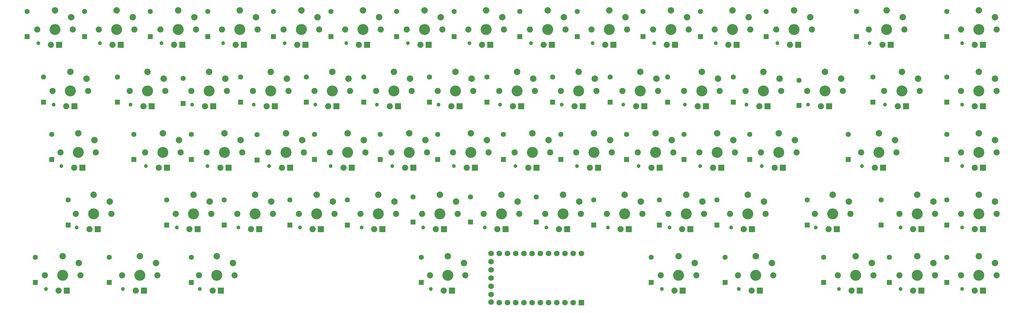
<source format=gbr>
G04 #@! TF.GenerationSoftware,KiCad,Pcbnew,6.0.2+dfsg-1*
G04 #@! TF.CreationDate,2023-02-02T22:28:34+01:00*
G04 #@! TF.ProjectId,keyboard,6b657962-6f61-4726-942e-6b696361645f,rev?*
G04 #@! TF.SameCoordinates,Original*
G04 #@! TF.FileFunction,Soldermask,Bot*
G04 #@! TF.FilePolarity,Negative*
%FSLAX46Y46*%
G04 Gerber Fmt 4.6, Leading zero omitted, Abs format (unit mm)*
G04 Created by KiCad (PCBNEW 6.0.2+dfsg-1) date 2023-02-02 22:28:34*
%MOMM*%
%LPD*%
G01*
G04 APERTURE LIST*
%ADD10C,1.900000*%
%ADD11C,3.400000*%
%ADD12C,1.200000*%
%ADD13C,2.000000*%
%ADD14C,1.905000*%
%ADD15R,1.905000X1.905000*%
%ADD16R,1.600000X1.600000*%
%ADD17C,1.600000*%
%ADD18R,1.752600X1.752600*%
%ADD19C,1.752600*%
G04 APERTURE END LIST*
D10*
X194846500Y-80415500D03*
D11*
X189346500Y-80415500D03*
D12*
X184126500Y-84615500D03*
D10*
X183846500Y-80415500D03*
D13*
X194346500Y-76615500D03*
X189346500Y-74515500D03*
D14*
X188076500Y-85115500D03*
D15*
X190616500Y-85115500D03*
D12*
X157932750Y-122715500D03*
D11*
X163152750Y-118515500D03*
D10*
X168652750Y-118515500D03*
X157652750Y-118515500D03*
D13*
X168152750Y-114715500D03*
X163152750Y-112615500D03*
D14*
X161882750Y-123215500D03*
D15*
X164422750Y-123215500D03*
D13*
X258402750Y-112615500D03*
D11*
X258402750Y-118515500D03*
D13*
X263402750Y-114715500D03*
D10*
X252902750Y-118515500D03*
X263902750Y-118515500D03*
D12*
X253182750Y-122715500D03*
D14*
X257132750Y-123215500D03*
D15*
X259672750Y-123215500D03*
D13*
X234590250Y-112615500D03*
D11*
X234590250Y-118515500D03*
D13*
X239590250Y-114715500D03*
D10*
X229090250Y-118515500D03*
X240090250Y-118515500D03*
D12*
X229370250Y-122715500D03*
D14*
X233320250Y-123215500D03*
D15*
X235860250Y-123215500D03*
D13*
X91715250Y-112615500D03*
D11*
X91715250Y-118515500D03*
D13*
X96715250Y-114715500D03*
D10*
X86215250Y-118515500D03*
X97215250Y-118515500D03*
D12*
X86495250Y-122715500D03*
D14*
X90445250Y-123215500D03*
D15*
X92985250Y-123215500D03*
D13*
X67902750Y-112615500D03*
D11*
X67902750Y-118515500D03*
D13*
X72902750Y-114715500D03*
D10*
X62402750Y-118515500D03*
X73402750Y-118515500D03*
D12*
X62682750Y-122715500D03*
D14*
X66632750Y-123215500D03*
D15*
X69172750Y-123215500D03*
D13*
X44090250Y-112615500D03*
D11*
X44090250Y-118515500D03*
D13*
X49090250Y-114715500D03*
D10*
X38590250Y-118515500D03*
X49590250Y-118515500D03*
D12*
X38870250Y-122715500D03*
D14*
X42820250Y-123215500D03*
D15*
X45360250Y-123215500D03*
D13*
X282215250Y-93565500D03*
D11*
X282215250Y-99465500D03*
D13*
X287215250Y-95665500D03*
D10*
X276715250Y-99465500D03*
X287715250Y-99465500D03*
D12*
X276995250Y-103665500D03*
D14*
X280945250Y-104165500D03*
D15*
X283485250Y-104165500D03*
D13*
X53615250Y-93565500D03*
D11*
X53615250Y-99465500D03*
D13*
X58615250Y-95665500D03*
D10*
X48115250Y-99465500D03*
X59115250Y-99465500D03*
D12*
X48395250Y-103665500D03*
D14*
X52345250Y-104165500D03*
D15*
X54885250Y-104165500D03*
D13*
X296502750Y-74515500D03*
D11*
X296502750Y-80415500D03*
D13*
X301502750Y-76615500D03*
D10*
X291002750Y-80415500D03*
X302002750Y-80415500D03*
D12*
X291282750Y-84615500D03*
D14*
X295232750Y-85115500D03*
D15*
X297772750Y-85115500D03*
D13*
X48852750Y-74515500D03*
D11*
X48852750Y-80415500D03*
D13*
X53852750Y-76615500D03*
D10*
X43352750Y-80415500D03*
X54352750Y-80415500D03*
D12*
X43632750Y-84615500D03*
D14*
X47582750Y-85115500D03*
D15*
X50122750Y-85115500D03*
D13*
X303646500Y-55465500D03*
D11*
X303646500Y-61365500D03*
D13*
X308646500Y-57565500D03*
D10*
X298146500Y-61365500D03*
X309146500Y-61365500D03*
D12*
X298426500Y-65565500D03*
D14*
X302376500Y-66065500D03*
D15*
X304916500Y-66065500D03*
D13*
X46471500Y-55465500D03*
D11*
X46471500Y-61365500D03*
D13*
X51471500Y-57565500D03*
D10*
X40971500Y-61365500D03*
X51971500Y-61365500D03*
D12*
X41251500Y-65565500D03*
D14*
X45201500Y-66065500D03*
D15*
X47741500Y-66065500D03*
D13*
X298884000Y-36415500D03*
D11*
X298884000Y-42315500D03*
D13*
X303884000Y-38515500D03*
D10*
X293384000Y-42315500D03*
X304384000Y-42315500D03*
D12*
X293664000Y-46515500D03*
D14*
X297614000Y-47015500D03*
D15*
X300154000Y-47015500D03*
D16*
X317500000Y-44540000D03*
D17*
X317500000Y-36740000D03*
D16*
X317500000Y-120740000D03*
D17*
X317500000Y-112940000D03*
D16*
X299720000Y-120740000D03*
D17*
X299720000Y-112940000D03*
D16*
X279400000Y-120740000D03*
D17*
X279400000Y-112940000D03*
D16*
X248920000Y-120740000D03*
D17*
X248920000Y-112940000D03*
D16*
X226060000Y-120740000D03*
D17*
X226060000Y-112940000D03*
D16*
X154940000Y-120740000D03*
D17*
X154940000Y-112940000D03*
D16*
X83820000Y-120740000D03*
D17*
X83820000Y-112940000D03*
D16*
X58420000Y-120740000D03*
D17*
X58420000Y-112940000D03*
D16*
X35560000Y-120740000D03*
D17*
X35560000Y-112940000D03*
D16*
X317500000Y-102960000D03*
D17*
X317500000Y-95160000D03*
D16*
X297180000Y-102960000D03*
D17*
X297180000Y-95160000D03*
D16*
X274320000Y-102960000D03*
D17*
X274320000Y-95160000D03*
D16*
X246380000Y-102960000D03*
D17*
X246380000Y-95160000D03*
D16*
X228600000Y-102960000D03*
D17*
X228600000Y-95160000D03*
D16*
X208280000Y-102960000D03*
D17*
X208280000Y-95160000D03*
D16*
X190500000Y-101995000D03*
D17*
X190500000Y-94195000D03*
D16*
X170180000Y-101995000D03*
D17*
X170180000Y-94195000D03*
D16*
X152400000Y-101995000D03*
D17*
X152400000Y-94195000D03*
D16*
X132080000Y-102960000D03*
D17*
X132080000Y-95160000D03*
D16*
X114300000Y-102960000D03*
D17*
X114300000Y-95160000D03*
D16*
X93980000Y-102960000D03*
D17*
X93980000Y-95160000D03*
D16*
X76200000Y-102960000D03*
D17*
X76200000Y-95160000D03*
D16*
X45720000Y-102960000D03*
D17*
X45720000Y-95160000D03*
D16*
X317500000Y-82640000D03*
D17*
X317500000Y-74840000D03*
D16*
X287020000Y-82640000D03*
D17*
X287020000Y-74840000D03*
D16*
X256540000Y-82640000D03*
D17*
X256540000Y-74840000D03*
D16*
X236220000Y-82640000D03*
D17*
X236220000Y-74840000D03*
D16*
X218440000Y-82640000D03*
D17*
X218440000Y-74840000D03*
D16*
X198120000Y-82640000D03*
D17*
X198120000Y-74840000D03*
D16*
X180340000Y-82640000D03*
D17*
X180340000Y-74840000D03*
D16*
X160020000Y-82640000D03*
D17*
X160020000Y-74840000D03*
D16*
X142240000Y-82640000D03*
D17*
X142240000Y-74840000D03*
D16*
X121920000Y-82640000D03*
D17*
X121920000Y-74840000D03*
D16*
X104140000Y-82740500D03*
D17*
X104140000Y-74940500D03*
D16*
X83820000Y-82640000D03*
D17*
X83820000Y-74840000D03*
D16*
X66040000Y-82640000D03*
D17*
X66040000Y-74840000D03*
D16*
X40640000Y-82640000D03*
D17*
X40640000Y-74840000D03*
D16*
X317500000Y-64860000D03*
D17*
X317500000Y-57060000D03*
D16*
X294640000Y-64860000D03*
D17*
X294640000Y-57060000D03*
D16*
X271780000Y-65825000D03*
D17*
X271780000Y-58025000D03*
D16*
X251460000Y-64860000D03*
D17*
X251460000Y-57060000D03*
X231140000Y-57060000D03*
D16*
X231140000Y-64860000D03*
X213360000Y-64860000D03*
D17*
X213360000Y-57060000D03*
D16*
X195580000Y-64860000D03*
D17*
X195580000Y-57060000D03*
D16*
X175260000Y-64860000D03*
D17*
X175260000Y-57060000D03*
D16*
X157480000Y-64860000D03*
D17*
X157480000Y-57060000D03*
D16*
X137160000Y-64860000D03*
D17*
X137160000Y-57060000D03*
X119380000Y-57060000D03*
D16*
X119380000Y-64860000D03*
X99060000Y-64860000D03*
D17*
X99060000Y-57060000D03*
D16*
X81280000Y-65265500D03*
D17*
X81280000Y-57465500D03*
D16*
X60960000Y-64860000D03*
D17*
X60960000Y-57060000D03*
D16*
X38100000Y-64860000D03*
D17*
X38100000Y-57060000D03*
D16*
X289560000Y-44540000D03*
D17*
X289560000Y-36740000D03*
D16*
X261620000Y-44540000D03*
D17*
X261620000Y-36740000D03*
D16*
X241300000Y-44540000D03*
D17*
X241300000Y-36740000D03*
D16*
X223520000Y-44540000D03*
D17*
X223520000Y-36740000D03*
D16*
X203200000Y-44540000D03*
D17*
X203200000Y-36740000D03*
D16*
X185420000Y-44540000D03*
D17*
X185420000Y-36740000D03*
D16*
X165100000Y-44540000D03*
D17*
X165100000Y-36740000D03*
D16*
X147320000Y-44540000D03*
D17*
X147320000Y-36740000D03*
D16*
X127000000Y-44540000D03*
D17*
X127000000Y-36740000D03*
D16*
X109220000Y-44540000D03*
D17*
X109220000Y-36740000D03*
D16*
X88900000Y-44540000D03*
D17*
X88900000Y-36740000D03*
D16*
X71120000Y-44540000D03*
D17*
X71120000Y-36740000D03*
D16*
X50800000Y-44540000D03*
D17*
X50800000Y-36740000D03*
D16*
X33020000Y-44540000D03*
D17*
X33020000Y-36740000D03*
D12*
X74589000Y-46515500D03*
D10*
X74309000Y-42315500D03*
X85309000Y-42315500D03*
D11*
X79809000Y-42315500D03*
D13*
X84809000Y-38515500D03*
X79809000Y-36415500D03*
D14*
X78539000Y-47015500D03*
D15*
X81079000Y-47015500D03*
D12*
X79351500Y-103665500D03*
D10*
X90071500Y-99465500D03*
D11*
X84571500Y-99465500D03*
D10*
X79071500Y-99465500D03*
D13*
X89571500Y-95665500D03*
X84571500Y-93565500D03*
D14*
X83301500Y-104165500D03*
D15*
X85841500Y-104165500D03*
D12*
X255564000Y-65565500D03*
D11*
X260784000Y-61365500D03*
D10*
X255284000Y-61365500D03*
X266284000Y-61365500D03*
D13*
X265784000Y-57565500D03*
X260784000Y-55465500D03*
D14*
X259514000Y-66065500D03*
D15*
X262054000Y-66065500D03*
D11*
X279834000Y-61365500D03*
D10*
X274334000Y-61365500D03*
X285334000Y-61365500D03*
D12*
X274614000Y-65565500D03*
D13*
X284834000Y-57565500D03*
X279834000Y-55465500D03*
D14*
X278564000Y-66065500D03*
D15*
X281104000Y-66065500D03*
D11*
X327459000Y-118515500D03*
D12*
X322239000Y-122715500D03*
D10*
X321959000Y-118515500D03*
X332959000Y-118515500D03*
D13*
X332459000Y-114715500D03*
X327459000Y-112615500D03*
D14*
X326189000Y-123215500D03*
D15*
X328729000Y-123215500D03*
D12*
X188889000Y-46515500D03*
D11*
X194109000Y-42315500D03*
D10*
X199609000Y-42315500D03*
X188609000Y-42315500D03*
D13*
X199109000Y-38515500D03*
X194109000Y-36415500D03*
D14*
X192839000Y-47015500D03*
D15*
X195379000Y-47015500D03*
D11*
X175059000Y-42315500D03*
D10*
X180559000Y-42315500D03*
X169559000Y-42315500D03*
D12*
X169839000Y-46515500D03*
D13*
X180059000Y-38515500D03*
X175059000Y-36415500D03*
D14*
X173789000Y-47015500D03*
D15*
X176329000Y-47015500D03*
D10*
X250521500Y-99465500D03*
D11*
X256021500Y-99465500D03*
D10*
X261521500Y-99465500D03*
D12*
X250801500Y-103665500D03*
D13*
X261021500Y-95665500D03*
X256021500Y-93565500D03*
D14*
X254751500Y-104165500D03*
D15*
X257291500Y-104165500D03*
D12*
X198414000Y-65565500D03*
D11*
X203634000Y-61365500D03*
D10*
X198134000Y-61365500D03*
X209134000Y-61365500D03*
D13*
X208634000Y-57565500D03*
X203634000Y-55465500D03*
D14*
X202364000Y-66065500D03*
D15*
X204904000Y-66065500D03*
D11*
X213159000Y-42315500D03*
D10*
X218659000Y-42315500D03*
D12*
X207939000Y-46515500D03*
D10*
X207659000Y-42315500D03*
D13*
X218159000Y-38515500D03*
X213159000Y-36415500D03*
D14*
X211889000Y-47015500D03*
D15*
X214429000Y-47015500D03*
D11*
X289359000Y-118515500D03*
D12*
X284139000Y-122715500D03*
D10*
X294859000Y-118515500D03*
X283859000Y-118515500D03*
D13*
X294359000Y-114715500D03*
X289359000Y-112615500D03*
D14*
X288089000Y-123215500D03*
D15*
X290629000Y-123215500D03*
D12*
X117451500Y-103665500D03*
D10*
X128171500Y-99465500D03*
X117171500Y-99465500D03*
D11*
X122671500Y-99465500D03*
D13*
X127671500Y-95665500D03*
X122671500Y-93565500D03*
D14*
X121401500Y-104165500D03*
D15*
X123941500Y-104165500D03*
D10*
X332959000Y-61365500D03*
X321959000Y-61365500D03*
D11*
X327459000Y-61365500D03*
D12*
X322239000Y-65565500D03*
D13*
X332459000Y-57565500D03*
X327459000Y-55465500D03*
D14*
X326189000Y-66065500D03*
D15*
X328729000Y-66065500D03*
D11*
X246496500Y-80415500D03*
D10*
X240996500Y-80415500D03*
D12*
X241276500Y-84615500D03*
D10*
X251996500Y-80415500D03*
D13*
X251496500Y-76615500D03*
X246496500Y-74515500D03*
D14*
X245226500Y-85115500D03*
D15*
X247766500Y-85115500D03*
D11*
X117909000Y-42315500D03*
D12*
X112689000Y-46515500D03*
D10*
X123409000Y-42315500D03*
X112409000Y-42315500D03*
D13*
X122909000Y-38515500D03*
X117909000Y-36415500D03*
D14*
X116639000Y-47015500D03*
D15*
X119179000Y-47015500D03*
D18*
X204470000Y-127000000D03*
D19*
X201930000Y-127000000D03*
X199390000Y-127000000D03*
X196850000Y-127000000D03*
X194310000Y-127000000D03*
X191770000Y-127000000D03*
X189230000Y-127000000D03*
X186690000Y-127000000D03*
X184150000Y-127000000D03*
X181610000Y-127000000D03*
X179070000Y-127000000D03*
X176530000Y-126771400D03*
X176530000Y-111760000D03*
X179070000Y-111760000D03*
X181610000Y-111760000D03*
X184150000Y-111760000D03*
X186690000Y-111760000D03*
X189230000Y-111760000D03*
X191770000Y-111760000D03*
X194310000Y-111760000D03*
X196850000Y-111760000D03*
X199390000Y-111760000D03*
X201930000Y-111760000D03*
X204470000Y-111760000D03*
X176530000Y-124460000D03*
X176530000Y-121920000D03*
X176530000Y-119380000D03*
X176530000Y-116840000D03*
X176530000Y-114300000D03*
D10*
X213896500Y-80415500D03*
X202896500Y-80415500D03*
D12*
X203176500Y-84615500D03*
D11*
X208396500Y-80415500D03*
D13*
X213396500Y-76615500D03*
X208396500Y-74515500D03*
D14*
X207126500Y-85115500D03*
D15*
X209666500Y-85115500D03*
D12*
X150789000Y-46515500D03*
D10*
X150509000Y-42315500D03*
D11*
X156009000Y-42315500D03*
D10*
X161509000Y-42315500D03*
D13*
X161009000Y-38515500D03*
X156009000Y-36415500D03*
D14*
X154739000Y-47015500D03*
D15*
X157279000Y-47015500D03*
D11*
X94096500Y-80415500D03*
D10*
X99596500Y-80415500D03*
X88596500Y-80415500D03*
D12*
X88876500Y-84615500D03*
D13*
X99096500Y-76615500D03*
X94096500Y-74515500D03*
D14*
X92826500Y-85115500D03*
D15*
X95366500Y-85115500D03*
D12*
X174601500Y-103665500D03*
D10*
X185321500Y-99465500D03*
X174321500Y-99465500D03*
D11*
X179821500Y-99465500D03*
D13*
X184821500Y-95665500D03*
X179821500Y-93565500D03*
D14*
X178551500Y-104165500D03*
D15*
X181091500Y-104165500D03*
D11*
X127434000Y-61365500D03*
D10*
X121934000Y-61365500D03*
X132934000Y-61365500D03*
D12*
X122214000Y-65565500D03*
D13*
X132434000Y-57565500D03*
X127434000Y-55465500D03*
D14*
X126164000Y-66065500D03*
D15*
X128704000Y-66065500D03*
D10*
X228184000Y-61365500D03*
X217184000Y-61365500D03*
D12*
X217464000Y-65565500D03*
D11*
X222684000Y-61365500D03*
D13*
X227684000Y-57565500D03*
X222684000Y-55465500D03*
D14*
X221414000Y-66065500D03*
D15*
X223954000Y-66065500D03*
D10*
X136221500Y-99465500D03*
X147221500Y-99465500D03*
D12*
X136501500Y-103665500D03*
D11*
X141721500Y-99465500D03*
D13*
X146721500Y-95665500D03*
X141721500Y-93565500D03*
D14*
X140451500Y-104165500D03*
D15*
X142991500Y-104165500D03*
D12*
X303189000Y-122715500D03*
D10*
X313909000Y-118515500D03*
D11*
X308409000Y-118515500D03*
D10*
X302909000Y-118515500D03*
D13*
X313409000Y-114715500D03*
X308409000Y-112615500D03*
D14*
X307139000Y-123215500D03*
D15*
X309679000Y-123215500D03*
D10*
X155271500Y-99465500D03*
D11*
X160771500Y-99465500D03*
D12*
X155551500Y-103665500D03*
D10*
X166271500Y-99465500D03*
D13*
X165771500Y-95665500D03*
X160771500Y-93565500D03*
D14*
X159501500Y-104165500D03*
D15*
X162041500Y-104165500D03*
D10*
X156746500Y-80415500D03*
D12*
X146026500Y-84615500D03*
D10*
X145746500Y-80415500D03*
D11*
X151246500Y-80415500D03*
D13*
X156246500Y-76615500D03*
X151246500Y-74515500D03*
D14*
X149976500Y-85115500D03*
D15*
X152516500Y-85115500D03*
D12*
X193651500Y-103665500D03*
D10*
X204371500Y-99465500D03*
X193371500Y-99465500D03*
D11*
X198871500Y-99465500D03*
D13*
X203871500Y-95665500D03*
X198871500Y-93565500D03*
D14*
X197601500Y-104165500D03*
D15*
X200141500Y-104165500D03*
D10*
X302909000Y-99465500D03*
D12*
X303189000Y-103665500D03*
D11*
X308409000Y-99465500D03*
D10*
X313909000Y-99465500D03*
D13*
X313409000Y-95665500D03*
X308409000Y-93565500D03*
D14*
X307139000Y-104165500D03*
D15*
X309679000Y-104165500D03*
D11*
X98859000Y-42315500D03*
D12*
X93639000Y-46515500D03*
D10*
X93359000Y-42315500D03*
X104359000Y-42315500D03*
D13*
X103859000Y-38515500D03*
X98859000Y-36415500D03*
D14*
X97589000Y-47015500D03*
D15*
X100129000Y-47015500D03*
D10*
X236234000Y-61365500D03*
D11*
X241734000Y-61365500D03*
D10*
X247234000Y-61365500D03*
D12*
X236514000Y-65565500D03*
D13*
X246734000Y-57565500D03*
X241734000Y-55465500D03*
D14*
X240464000Y-66065500D03*
D15*
X243004000Y-66065500D03*
D12*
X107926500Y-84615500D03*
D10*
X118646500Y-80415500D03*
D11*
X113146500Y-80415500D03*
D10*
X107646500Y-80415500D03*
D13*
X118146500Y-76615500D03*
X113146500Y-74515500D03*
D14*
X111876500Y-85115500D03*
D15*
X114416500Y-85115500D03*
D11*
X70284000Y-61365500D03*
D10*
X75784000Y-61365500D03*
D12*
X65064000Y-65565500D03*
D10*
X64784000Y-61365500D03*
D13*
X75284000Y-57565500D03*
X70284000Y-55465500D03*
D14*
X69014000Y-66065500D03*
D15*
X71554000Y-66065500D03*
D10*
X142459000Y-42315500D03*
X131459000Y-42315500D03*
D12*
X131739000Y-46515500D03*
D11*
X136959000Y-42315500D03*
D13*
X141959000Y-38515500D03*
X136959000Y-36415500D03*
D14*
X135689000Y-47015500D03*
D15*
X138229000Y-47015500D03*
D12*
X69826500Y-84615500D03*
D10*
X69546500Y-80415500D03*
D11*
X75046500Y-80415500D03*
D10*
X80546500Y-80415500D03*
D13*
X80046500Y-76615500D03*
X75046500Y-74515500D03*
D14*
X73776500Y-85115500D03*
D15*
X76316500Y-85115500D03*
D11*
X146484000Y-61365500D03*
D10*
X140984000Y-61365500D03*
X151984000Y-61365500D03*
D12*
X141264000Y-65565500D03*
D13*
X151484000Y-57565500D03*
X146484000Y-55465500D03*
D14*
X145214000Y-66065500D03*
D15*
X147754000Y-66065500D03*
D10*
X94834000Y-61365500D03*
D11*
X89334000Y-61365500D03*
D10*
X83834000Y-61365500D03*
D12*
X84114000Y-65565500D03*
D13*
X94334000Y-57565500D03*
X89334000Y-55465500D03*
D14*
X88064000Y-66065500D03*
D15*
X90604000Y-66065500D03*
D12*
X322239000Y-46515500D03*
D11*
X327459000Y-42315500D03*
D10*
X321959000Y-42315500D03*
X332959000Y-42315500D03*
D13*
X332459000Y-38515500D03*
X327459000Y-36415500D03*
D14*
X326189000Y-47015500D03*
D15*
X328729000Y-47015500D03*
D10*
X109121500Y-99465500D03*
D11*
X103621500Y-99465500D03*
D10*
X98121500Y-99465500D03*
D12*
X98401500Y-103665500D03*
D13*
X108621500Y-95665500D03*
X103621500Y-93565500D03*
D14*
X102351500Y-104165500D03*
D15*
X104891500Y-104165500D03*
D11*
X251259000Y-42315500D03*
D10*
X256759000Y-42315500D03*
X245759000Y-42315500D03*
D12*
X246039000Y-46515500D03*
D13*
X256259000Y-38515500D03*
X251259000Y-36415500D03*
D14*
X249989000Y-47015500D03*
D15*
X252529000Y-47015500D03*
D11*
X170296500Y-80415500D03*
D10*
X164796500Y-80415500D03*
D12*
X165076500Y-84615500D03*
D10*
X175796500Y-80415500D03*
D13*
X175296500Y-76615500D03*
X170296500Y-74515500D03*
D14*
X169026500Y-85115500D03*
D15*
X171566500Y-85115500D03*
D11*
X165534000Y-61365500D03*
D10*
X160034000Y-61365500D03*
D12*
X160314000Y-65565500D03*
D10*
X171034000Y-61365500D03*
D13*
X170534000Y-57565500D03*
X165534000Y-55465500D03*
D14*
X164264000Y-66065500D03*
D15*
X166804000Y-66065500D03*
D10*
X190084000Y-61365500D03*
X179084000Y-61365500D03*
D12*
X179364000Y-65565500D03*
D11*
X184584000Y-61365500D03*
D13*
X189584000Y-57565500D03*
X184584000Y-55465500D03*
D14*
X183314000Y-66065500D03*
D15*
X185854000Y-66065500D03*
D12*
X55539000Y-46515500D03*
D10*
X55259000Y-42315500D03*
D11*
X60759000Y-42315500D03*
D10*
X66259000Y-42315500D03*
D13*
X65759000Y-38515500D03*
X60759000Y-36415500D03*
D14*
X59489000Y-47015500D03*
D15*
X62029000Y-47015500D03*
D11*
X217921500Y-99465500D03*
D10*
X223421500Y-99465500D03*
D12*
X212701500Y-103665500D03*
D10*
X212421500Y-99465500D03*
D13*
X222921500Y-95665500D03*
X217921500Y-93565500D03*
D14*
X216651500Y-104165500D03*
D15*
X219191500Y-104165500D03*
D10*
X231471500Y-99465500D03*
D12*
X231751500Y-103665500D03*
D11*
X236971500Y-99465500D03*
D10*
X242471500Y-99465500D03*
D13*
X241971500Y-95665500D03*
X236971500Y-93565500D03*
D14*
X235701500Y-104165500D03*
D15*
X238241500Y-104165500D03*
D10*
X113884000Y-61365500D03*
X102884000Y-61365500D03*
D12*
X103164000Y-65565500D03*
D11*
X108384000Y-61365500D03*
D13*
X113384000Y-57565500D03*
X108384000Y-55465500D03*
D14*
X107114000Y-66065500D03*
D15*
X109654000Y-66065500D03*
D11*
X327459000Y-99465500D03*
D12*
X322239000Y-103665500D03*
D10*
X332959000Y-99465500D03*
X321959000Y-99465500D03*
D13*
X332459000Y-95665500D03*
X327459000Y-93565500D03*
D14*
X326189000Y-104165500D03*
D15*
X328729000Y-104165500D03*
D12*
X260326500Y-84615500D03*
D11*
X265546500Y-80415500D03*
D10*
X271046500Y-80415500D03*
X260046500Y-80415500D03*
D13*
X270546500Y-76615500D03*
X265546500Y-74515500D03*
D14*
X264276500Y-85115500D03*
D15*
X266816500Y-85115500D03*
D12*
X36489000Y-46515500D03*
D10*
X36209000Y-42315500D03*
X47209000Y-42315500D03*
D11*
X41709000Y-42315500D03*
D13*
X46709000Y-38515500D03*
X41709000Y-36415500D03*
D14*
X40439000Y-47015500D03*
D15*
X42979000Y-47015500D03*
D12*
X322239000Y-84615500D03*
D11*
X327459000Y-80415500D03*
D10*
X332959000Y-80415500D03*
X321959000Y-80415500D03*
D13*
X332459000Y-76615500D03*
X327459000Y-74515500D03*
D14*
X326189000Y-85115500D03*
D15*
X328729000Y-85115500D03*
D10*
X226709000Y-42315500D03*
X237709000Y-42315500D03*
D12*
X226989000Y-46515500D03*
D11*
X232209000Y-42315500D03*
D13*
X237209000Y-38515500D03*
X232209000Y-36415500D03*
D14*
X230939000Y-47015500D03*
D15*
X233479000Y-47015500D03*
D10*
X264809000Y-42315500D03*
D11*
X270309000Y-42315500D03*
D10*
X275809000Y-42315500D03*
D12*
X265089000Y-46515500D03*
D13*
X275309000Y-38515500D03*
X270309000Y-36415500D03*
D14*
X269039000Y-47015500D03*
D15*
X271579000Y-47015500D03*
D12*
X126976500Y-84615500D03*
D11*
X132196500Y-80415500D03*
D10*
X126696500Y-80415500D03*
X137696500Y-80415500D03*
D13*
X137196500Y-76615500D03*
X132196500Y-74515500D03*
D14*
X130926500Y-85115500D03*
D15*
X133466500Y-85115500D03*
D10*
X221946500Y-80415500D03*
X232946500Y-80415500D03*
D11*
X227446500Y-80415500D03*
D12*
X222226500Y-84615500D03*
D13*
X232446500Y-76615500D03*
X227446500Y-74515500D03*
D14*
X226176500Y-85115500D03*
D15*
X228716500Y-85115500D03*
M02*

</source>
